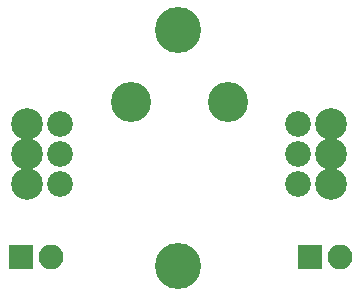
<source format=gbs>
G04 #@! TF.FileFunction,Soldermask,Bot*
%FSLAX46Y46*%
G04 Gerber Fmt 4.6, Leading zero omitted, Abs format (unit mm)*
G04 Created by KiCad (PCBNEW 4.0.6) date Sun May 21 15:13:49 2017*
%MOMM*%
%LPD*%
G01*
G04 APERTURE LIST*
%ADD10C,0.100000*%
%ADD11C,3.900000*%
%ADD12C,3.400000*%
%ADD13R,2.100000X2.100000*%
%ADD14O,2.100000X2.100000*%
%ADD15C,2.178000*%
%ADD16C,2.686000*%
G04 APERTURE END LIST*
D10*
D11*
X130300000Y-92000000D03*
X130300000Y-112000000D03*
D12*
X126275000Y-98100000D03*
X134525000Y-98100000D03*
D13*
X117000000Y-111250000D03*
D14*
X119540000Y-111250000D03*
D13*
X141500000Y-111250000D03*
D14*
X144040000Y-111250000D03*
D15*
X120310000Y-105040000D03*
X120310000Y-102500000D03*
X120310000Y-99960000D03*
D16*
X117500000Y-105040000D03*
X117500000Y-102500000D03*
X117500000Y-99960000D03*
D15*
X140440000Y-99960000D03*
X140440000Y-102500000D03*
X140440000Y-105040000D03*
D16*
X143250000Y-99960000D03*
X143250000Y-102500000D03*
X143250000Y-105040000D03*
M02*

</source>
